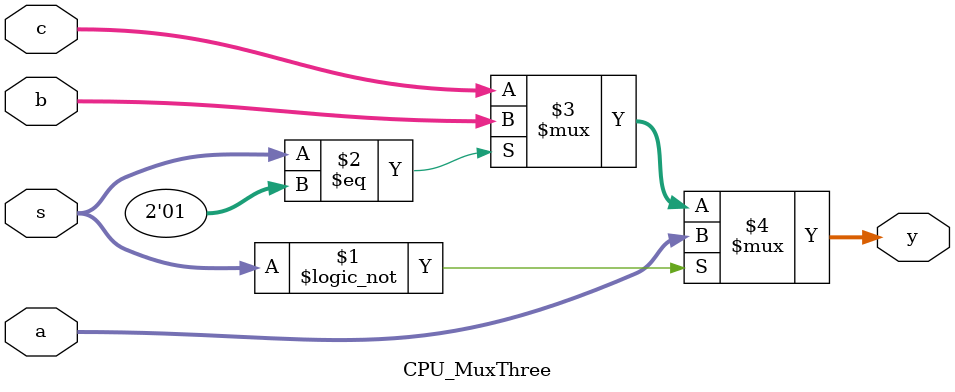
<source format=v>
/*31位数据的三选一多路选择器*/
module CPU_MuxThree(a,b,c,s,y);
  input [31:0] a,b,c;
  input [1:0] s;
  output [31:0]y;

  assign y=(s==2'b00)? a:(s== 2'b01)? b : c; //s=2b'10和s=2b'11均赋为c
endmodule

</source>
